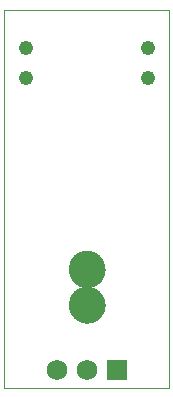
<source format=gbs>
G75*
%MOIN*%
%OFA0B0*%
%FSLAX25Y25*%
%IPPOS*%
%LPD*%
%AMOC8*
5,1,8,0,0,1.08239X$1,22.5*
%
%ADD10C,0.00000*%
%ADD11C,0.12211*%
%ADD12R,0.06900X0.06900*%
%ADD13C,0.06900*%
%ADD14C,0.04762*%
D10*
X0005685Y0001350D02*
X0005685Y0127334D01*
X0060804Y0127334D01*
X0060804Y0001350D01*
X0005685Y0001350D01*
X0027339Y0028909D02*
X0027341Y0029062D01*
X0027347Y0029216D01*
X0027357Y0029369D01*
X0027371Y0029521D01*
X0027389Y0029674D01*
X0027411Y0029825D01*
X0027436Y0029976D01*
X0027466Y0030127D01*
X0027500Y0030277D01*
X0027537Y0030425D01*
X0027578Y0030573D01*
X0027623Y0030719D01*
X0027672Y0030865D01*
X0027725Y0031009D01*
X0027781Y0031151D01*
X0027841Y0031292D01*
X0027905Y0031432D01*
X0027972Y0031570D01*
X0028043Y0031706D01*
X0028118Y0031840D01*
X0028195Y0031972D01*
X0028277Y0032102D01*
X0028361Y0032230D01*
X0028449Y0032356D01*
X0028540Y0032479D01*
X0028634Y0032600D01*
X0028732Y0032718D01*
X0028832Y0032834D01*
X0028936Y0032947D01*
X0029042Y0033058D01*
X0029151Y0033166D01*
X0029263Y0033271D01*
X0029377Y0033372D01*
X0029495Y0033471D01*
X0029614Y0033567D01*
X0029736Y0033660D01*
X0029861Y0033749D01*
X0029988Y0033836D01*
X0030117Y0033918D01*
X0030248Y0033998D01*
X0030381Y0034074D01*
X0030516Y0034147D01*
X0030653Y0034216D01*
X0030792Y0034281D01*
X0030932Y0034343D01*
X0031074Y0034401D01*
X0031217Y0034456D01*
X0031362Y0034507D01*
X0031508Y0034554D01*
X0031655Y0034597D01*
X0031803Y0034636D01*
X0031952Y0034672D01*
X0032102Y0034703D01*
X0032253Y0034731D01*
X0032404Y0034755D01*
X0032557Y0034775D01*
X0032709Y0034791D01*
X0032862Y0034803D01*
X0033015Y0034811D01*
X0033168Y0034815D01*
X0033322Y0034815D01*
X0033475Y0034811D01*
X0033628Y0034803D01*
X0033781Y0034791D01*
X0033933Y0034775D01*
X0034086Y0034755D01*
X0034237Y0034731D01*
X0034388Y0034703D01*
X0034538Y0034672D01*
X0034687Y0034636D01*
X0034835Y0034597D01*
X0034982Y0034554D01*
X0035128Y0034507D01*
X0035273Y0034456D01*
X0035416Y0034401D01*
X0035558Y0034343D01*
X0035698Y0034281D01*
X0035837Y0034216D01*
X0035974Y0034147D01*
X0036109Y0034074D01*
X0036242Y0033998D01*
X0036373Y0033918D01*
X0036502Y0033836D01*
X0036629Y0033749D01*
X0036754Y0033660D01*
X0036876Y0033567D01*
X0036995Y0033471D01*
X0037113Y0033372D01*
X0037227Y0033271D01*
X0037339Y0033166D01*
X0037448Y0033058D01*
X0037554Y0032947D01*
X0037658Y0032834D01*
X0037758Y0032718D01*
X0037856Y0032600D01*
X0037950Y0032479D01*
X0038041Y0032356D01*
X0038129Y0032230D01*
X0038213Y0032102D01*
X0038295Y0031972D01*
X0038372Y0031840D01*
X0038447Y0031706D01*
X0038518Y0031570D01*
X0038585Y0031432D01*
X0038649Y0031292D01*
X0038709Y0031151D01*
X0038765Y0031009D01*
X0038818Y0030865D01*
X0038867Y0030719D01*
X0038912Y0030573D01*
X0038953Y0030425D01*
X0038990Y0030277D01*
X0039024Y0030127D01*
X0039054Y0029976D01*
X0039079Y0029825D01*
X0039101Y0029674D01*
X0039119Y0029521D01*
X0039133Y0029369D01*
X0039143Y0029216D01*
X0039149Y0029062D01*
X0039151Y0028909D01*
X0039149Y0028756D01*
X0039143Y0028602D01*
X0039133Y0028449D01*
X0039119Y0028297D01*
X0039101Y0028144D01*
X0039079Y0027993D01*
X0039054Y0027842D01*
X0039024Y0027691D01*
X0038990Y0027541D01*
X0038953Y0027393D01*
X0038912Y0027245D01*
X0038867Y0027099D01*
X0038818Y0026953D01*
X0038765Y0026809D01*
X0038709Y0026667D01*
X0038649Y0026526D01*
X0038585Y0026386D01*
X0038518Y0026248D01*
X0038447Y0026112D01*
X0038372Y0025978D01*
X0038295Y0025846D01*
X0038213Y0025716D01*
X0038129Y0025588D01*
X0038041Y0025462D01*
X0037950Y0025339D01*
X0037856Y0025218D01*
X0037758Y0025100D01*
X0037658Y0024984D01*
X0037554Y0024871D01*
X0037448Y0024760D01*
X0037339Y0024652D01*
X0037227Y0024547D01*
X0037113Y0024446D01*
X0036995Y0024347D01*
X0036876Y0024251D01*
X0036754Y0024158D01*
X0036629Y0024069D01*
X0036502Y0023982D01*
X0036373Y0023900D01*
X0036242Y0023820D01*
X0036109Y0023744D01*
X0035974Y0023671D01*
X0035837Y0023602D01*
X0035698Y0023537D01*
X0035558Y0023475D01*
X0035416Y0023417D01*
X0035273Y0023362D01*
X0035128Y0023311D01*
X0034982Y0023264D01*
X0034835Y0023221D01*
X0034687Y0023182D01*
X0034538Y0023146D01*
X0034388Y0023115D01*
X0034237Y0023087D01*
X0034086Y0023063D01*
X0033933Y0023043D01*
X0033781Y0023027D01*
X0033628Y0023015D01*
X0033475Y0023007D01*
X0033322Y0023003D01*
X0033168Y0023003D01*
X0033015Y0023007D01*
X0032862Y0023015D01*
X0032709Y0023027D01*
X0032557Y0023043D01*
X0032404Y0023063D01*
X0032253Y0023087D01*
X0032102Y0023115D01*
X0031952Y0023146D01*
X0031803Y0023182D01*
X0031655Y0023221D01*
X0031508Y0023264D01*
X0031362Y0023311D01*
X0031217Y0023362D01*
X0031074Y0023417D01*
X0030932Y0023475D01*
X0030792Y0023537D01*
X0030653Y0023602D01*
X0030516Y0023671D01*
X0030381Y0023744D01*
X0030248Y0023820D01*
X0030117Y0023900D01*
X0029988Y0023982D01*
X0029861Y0024069D01*
X0029736Y0024158D01*
X0029614Y0024251D01*
X0029495Y0024347D01*
X0029377Y0024446D01*
X0029263Y0024547D01*
X0029151Y0024652D01*
X0029042Y0024760D01*
X0028936Y0024871D01*
X0028832Y0024984D01*
X0028732Y0025100D01*
X0028634Y0025218D01*
X0028540Y0025339D01*
X0028449Y0025462D01*
X0028361Y0025588D01*
X0028277Y0025716D01*
X0028195Y0025846D01*
X0028118Y0025978D01*
X0028043Y0026112D01*
X0027972Y0026248D01*
X0027905Y0026386D01*
X0027841Y0026526D01*
X0027781Y0026667D01*
X0027725Y0026809D01*
X0027672Y0026953D01*
X0027623Y0027099D01*
X0027578Y0027245D01*
X0027537Y0027393D01*
X0027500Y0027541D01*
X0027466Y0027691D01*
X0027436Y0027842D01*
X0027411Y0027993D01*
X0027389Y0028144D01*
X0027371Y0028297D01*
X0027357Y0028449D01*
X0027347Y0028602D01*
X0027341Y0028756D01*
X0027339Y0028909D01*
X0027339Y0040720D02*
X0027341Y0040873D01*
X0027347Y0041027D01*
X0027357Y0041180D01*
X0027371Y0041332D01*
X0027389Y0041485D01*
X0027411Y0041636D01*
X0027436Y0041787D01*
X0027466Y0041938D01*
X0027500Y0042088D01*
X0027537Y0042236D01*
X0027578Y0042384D01*
X0027623Y0042530D01*
X0027672Y0042676D01*
X0027725Y0042820D01*
X0027781Y0042962D01*
X0027841Y0043103D01*
X0027905Y0043243D01*
X0027972Y0043381D01*
X0028043Y0043517D01*
X0028118Y0043651D01*
X0028195Y0043783D01*
X0028277Y0043913D01*
X0028361Y0044041D01*
X0028449Y0044167D01*
X0028540Y0044290D01*
X0028634Y0044411D01*
X0028732Y0044529D01*
X0028832Y0044645D01*
X0028936Y0044758D01*
X0029042Y0044869D01*
X0029151Y0044977D01*
X0029263Y0045082D01*
X0029377Y0045183D01*
X0029495Y0045282D01*
X0029614Y0045378D01*
X0029736Y0045471D01*
X0029861Y0045560D01*
X0029988Y0045647D01*
X0030117Y0045729D01*
X0030248Y0045809D01*
X0030381Y0045885D01*
X0030516Y0045958D01*
X0030653Y0046027D01*
X0030792Y0046092D01*
X0030932Y0046154D01*
X0031074Y0046212D01*
X0031217Y0046267D01*
X0031362Y0046318D01*
X0031508Y0046365D01*
X0031655Y0046408D01*
X0031803Y0046447D01*
X0031952Y0046483D01*
X0032102Y0046514D01*
X0032253Y0046542D01*
X0032404Y0046566D01*
X0032557Y0046586D01*
X0032709Y0046602D01*
X0032862Y0046614D01*
X0033015Y0046622D01*
X0033168Y0046626D01*
X0033322Y0046626D01*
X0033475Y0046622D01*
X0033628Y0046614D01*
X0033781Y0046602D01*
X0033933Y0046586D01*
X0034086Y0046566D01*
X0034237Y0046542D01*
X0034388Y0046514D01*
X0034538Y0046483D01*
X0034687Y0046447D01*
X0034835Y0046408D01*
X0034982Y0046365D01*
X0035128Y0046318D01*
X0035273Y0046267D01*
X0035416Y0046212D01*
X0035558Y0046154D01*
X0035698Y0046092D01*
X0035837Y0046027D01*
X0035974Y0045958D01*
X0036109Y0045885D01*
X0036242Y0045809D01*
X0036373Y0045729D01*
X0036502Y0045647D01*
X0036629Y0045560D01*
X0036754Y0045471D01*
X0036876Y0045378D01*
X0036995Y0045282D01*
X0037113Y0045183D01*
X0037227Y0045082D01*
X0037339Y0044977D01*
X0037448Y0044869D01*
X0037554Y0044758D01*
X0037658Y0044645D01*
X0037758Y0044529D01*
X0037856Y0044411D01*
X0037950Y0044290D01*
X0038041Y0044167D01*
X0038129Y0044041D01*
X0038213Y0043913D01*
X0038295Y0043783D01*
X0038372Y0043651D01*
X0038447Y0043517D01*
X0038518Y0043381D01*
X0038585Y0043243D01*
X0038649Y0043103D01*
X0038709Y0042962D01*
X0038765Y0042820D01*
X0038818Y0042676D01*
X0038867Y0042530D01*
X0038912Y0042384D01*
X0038953Y0042236D01*
X0038990Y0042088D01*
X0039024Y0041938D01*
X0039054Y0041787D01*
X0039079Y0041636D01*
X0039101Y0041485D01*
X0039119Y0041332D01*
X0039133Y0041180D01*
X0039143Y0041027D01*
X0039149Y0040873D01*
X0039151Y0040720D01*
X0039149Y0040567D01*
X0039143Y0040413D01*
X0039133Y0040260D01*
X0039119Y0040108D01*
X0039101Y0039955D01*
X0039079Y0039804D01*
X0039054Y0039653D01*
X0039024Y0039502D01*
X0038990Y0039352D01*
X0038953Y0039204D01*
X0038912Y0039056D01*
X0038867Y0038910D01*
X0038818Y0038764D01*
X0038765Y0038620D01*
X0038709Y0038478D01*
X0038649Y0038337D01*
X0038585Y0038197D01*
X0038518Y0038059D01*
X0038447Y0037923D01*
X0038372Y0037789D01*
X0038295Y0037657D01*
X0038213Y0037527D01*
X0038129Y0037399D01*
X0038041Y0037273D01*
X0037950Y0037150D01*
X0037856Y0037029D01*
X0037758Y0036911D01*
X0037658Y0036795D01*
X0037554Y0036682D01*
X0037448Y0036571D01*
X0037339Y0036463D01*
X0037227Y0036358D01*
X0037113Y0036257D01*
X0036995Y0036158D01*
X0036876Y0036062D01*
X0036754Y0035969D01*
X0036629Y0035880D01*
X0036502Y0035793D01*
X0036373Y0035711D01*
X0036242Y0035631D01*
X0036109Y0035555D01*
X0035974Y0035482D01*
X0035837Y0035413D01*
X0035698Y0035348D01*
X0035558Y0035286D01*
X0035416Y0035228D01*
X0035273Y0035173D01*
X0035128Y0035122D01*
X0034982Y0035075D01*
X0034835Y0035032D01*
X0034687Y0034993D01*
X0034538Y0034957D01*
X0034388Y0034926D01*
X0034237Y0034898D01*
X0034086Y0034874D01*
X0033933Y0034854D01*
X0033781Y0034838D01*
X0033628Y0034826D01*
X0033475Y0034818D01*
X0033322Y0034814D01*
X0033168Y0034814D01*
X0033015Y0034818D01*
X0032862Y0034826D01*
X0032709Y0034838D01*
X0032557Y0034854D01*
X0032404Y0034874D01*
X0032253Y0034898D01*
X0032102Y0034926D01*
X0031952Y0034957D01*
X0031803Y0034993D01*
X0031655Y0035032D01*
X0031508Y0035075D01*
X0031362Y0035122D01*
X0031217Y0035173D01*
X0031074Y0035228D01*
X0030932Y0035286D01*
X0030792Y0035348D01*
X0030653Y0035413D01*
X0030516Y0035482D01*
X0030381Y0035555D01*
X0030248Y0035631D01*
X0030117Y0035711D01*
X0029988Y0035793D01*
X0029861Y0035880D01*
X0029736Y0035969D01*
X0029614Y0036062D01*
X0029495Y0036158D01*
X0029377Y0036257D01*
X0029263Y0036358D01*
X0029151Y0036463D01*
X0029042Y0036571D01*
X0028936Y0036682D01*
X0028832Y0036795D01*
X0028732Y0036911D01*
X0028634Y0037029D01*
X0028540Y0037150D01*
X0028449Y0037273D01*
X0028361Y0037399D01*
X0028277Y0037527D01*
X0028195Y0037657D01*
X0028118Y0037789D01*
X0028043Y0037923D01*
X0027972Y0038059D01*
X0027905Y0038197D01*
X0027841Y0038337D01*
X0027781Y0038478D01*
X0027725Y0038620D01*
X0027672Y0038764D01*
X0027623Y0038910D01*
X0027578Y0039056D01*
X0027537Y0039204D01*
X0027500Y0039352D01*
X0027466Y0039502D01*
X0027436Y0039653D01*
X0027411Y0039804D01*
X0027389Y0039955D01*
X0027371Y0040108D01*
X0027357Y0040260D01*
X0027347Y0040413D01*
X0027341Y0040567D01*
X0027339Y0040720D01*
D11*
X0033245Y0040720D03*
X0033245Y0028909D03*
D12*
X0043245Y0007256D03*
D13*
X0033245Y0007256D03*
X0023245Y0007256D03*
D14*
X0012969Y0104618D03*
X0012969Y0114618D03*
X0053520Y0114618D03*
X0053520Y0104618D03*
M02*

</source>
